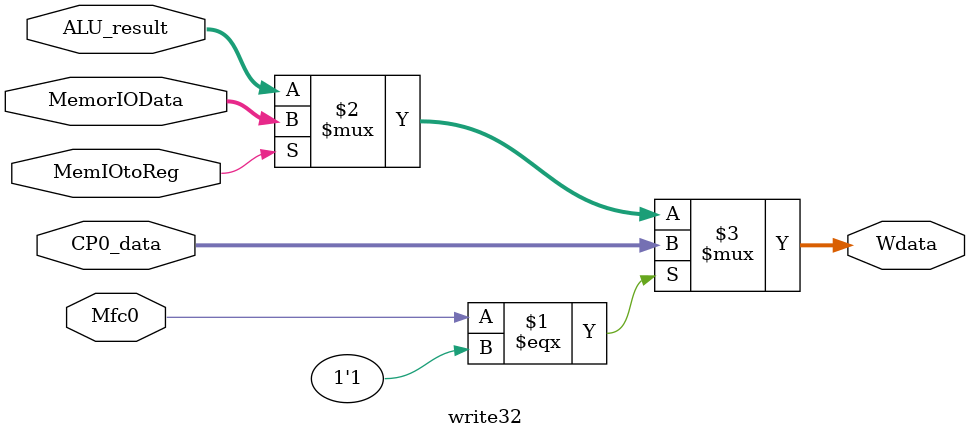
<source format=v>
`timescale 1ns / 1ps


module write32(
  input [31:0] MemorIOData,//´Ó´æ´¢Æ÷»òÕßIOÉè±¸¶Á³öµÄÊý¾Ý
  input [31:0] ALU_result,//ALUÔËËãÆ÷µÄÔËËã½á¹û
  input [31:0] CP0_data,//CP0ÒªÐ´Èë¼Ä´æÆ÷µÄÊý¾Ý
  input MemIOtoReg,//Ð´ÐÅºÅ
  input Mfc0,//CP0Ð´¼Ä´æÆ÷
  
  output [31:0] Wdata//×îÖÕÐ´µÄÊý¾Ý
);

  assign Wdata = (Mfc0===1'b1) ? CP0_data : MemIOtoReg ? MemorIOData : ALU_result;
endmodule

</source>
